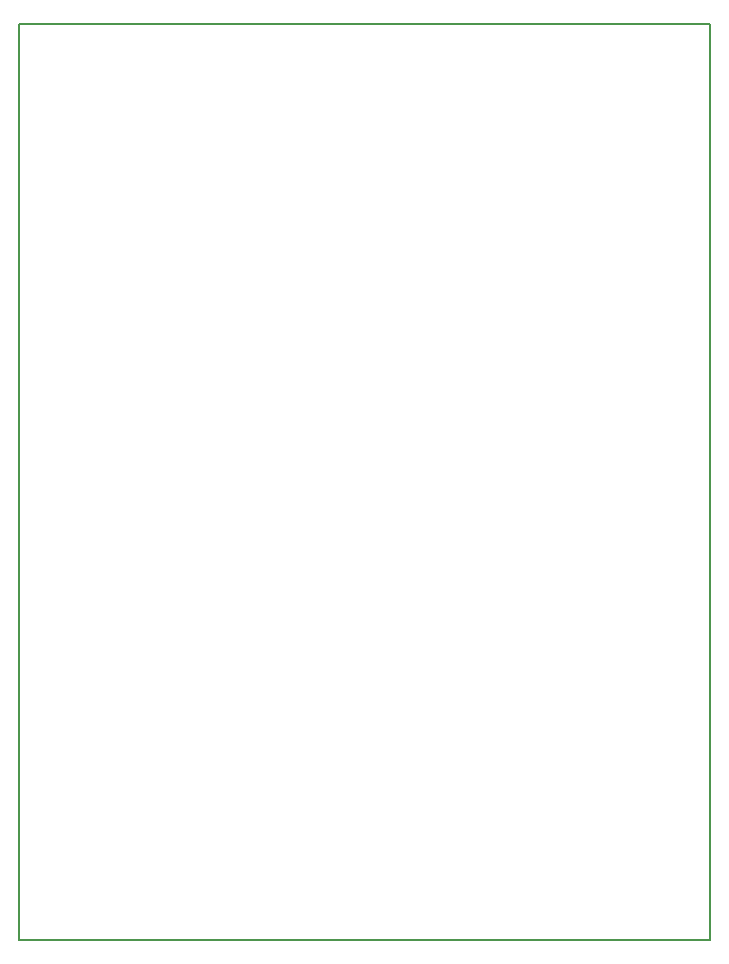
<source format=gbo>
G04 MADE WITH FRITZING*
G04 WWW.FRITZING.ORG*
G04 DOUBLE SIDED*
G04 HOLES PLATED*
G04 CONTOUR ON CENTER OF CONTOUR VECTOR*
%ASAXBY*%
%FSLAX23Y23*%
%MOIN*%
%OFA0B0*%
%SFA1.0B1.0*%
%ADD10R,2.314050X3.060010X2.298050X3.044010*%
%ADD11C,0.008000*%
%LNSILK0*%
G90*
G70*
G54D11*
X4Y3056D02*
X2310Y3056D01*
X2310Y4D01*
X4Y4D01*
X4Y3056D01*
D02*
G04 End of Silk0*
M02*
</source>
